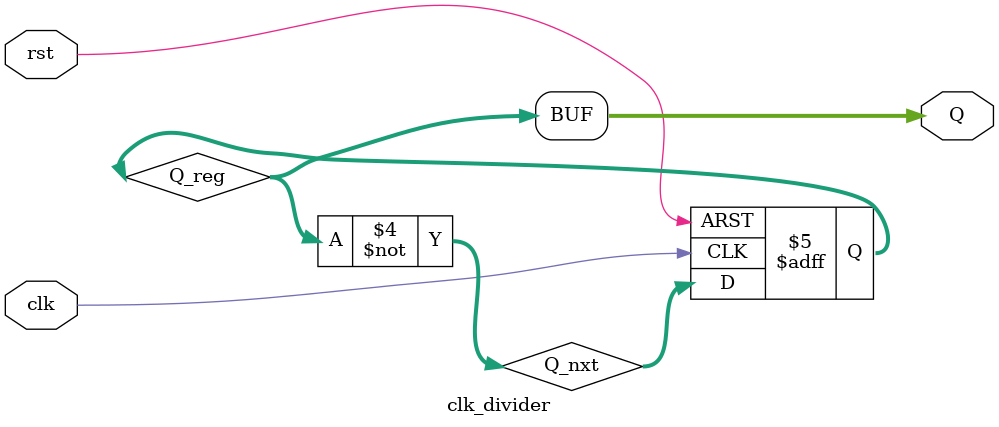
<source format=v>
module clk_divider(input clk, rst, output[24:0] Q);
   reg[24:0] Q_reg, Q_nxt;
   always @(posedge clk or negedge rst)
     begin
	if(rst == 0)
	  begin
	     Q_reg <= 0;
	  end
	else
	  begin
	     Q_reg <= Q_nxt;
	  end
     end // always @ (posedge clk or negedge rst)
   always @(Q_reg)
     begin
	Q_nxt = ~Q_reg;
     end
   assign Q = Q_reg;
endmodule // clk_divider


</source>
